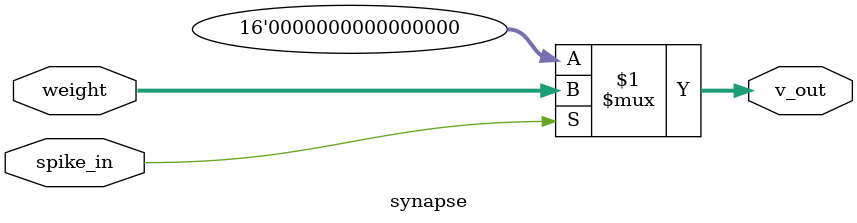
<source format=v>
`timescale 1ns / 1ps


module synapse(
input spike_in,
input [16-1:0]weight,
output [16-1:0]v_out
    );
assign v_out= spike_in ? weight : 16'd0;
endmodule


</source>
